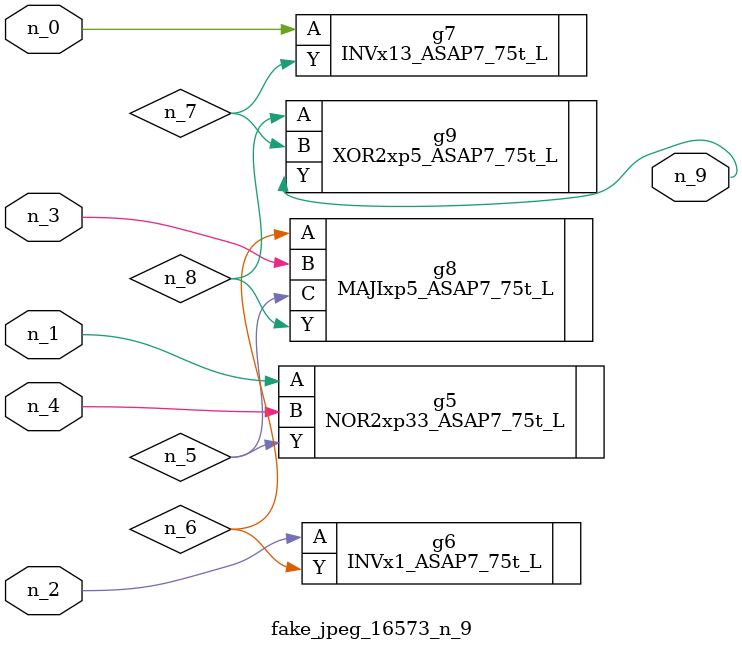
<source format=v>
module fake_jpeg_16573_n_9 (n_3, n_2, n_1, n_0, n_4, n_9);

input n_3;
input n_2;
input n_1;
input n_0;
input n_4;

output n_9;

wire n_8;
wire n_6;
wire n_5;
wire n_7;

NOR2xp33_ASAP7_75t_L g5 ( 
.A(n_1),
.B(n_4),
.Y(n_5)
);

INVx1_ASAP7_75t_L g6 ( 
.A(n_2),
.Y(n_6)
);

INVx13_ASAP7_75t_L g7 ( 
.A(n_0),
.Y(n_7)
);

MAJIxp5_ASAP7_75t_L g8 ( 
.A(n_6),
.B(n_3),
.C(n_5),
.Y(n_8)
);

XOR2xp5_ASAP7_75t_L g9 ( 
.A(n_8),
.B(n_7),
.Y(n_9)
);


endmodule
</source>
